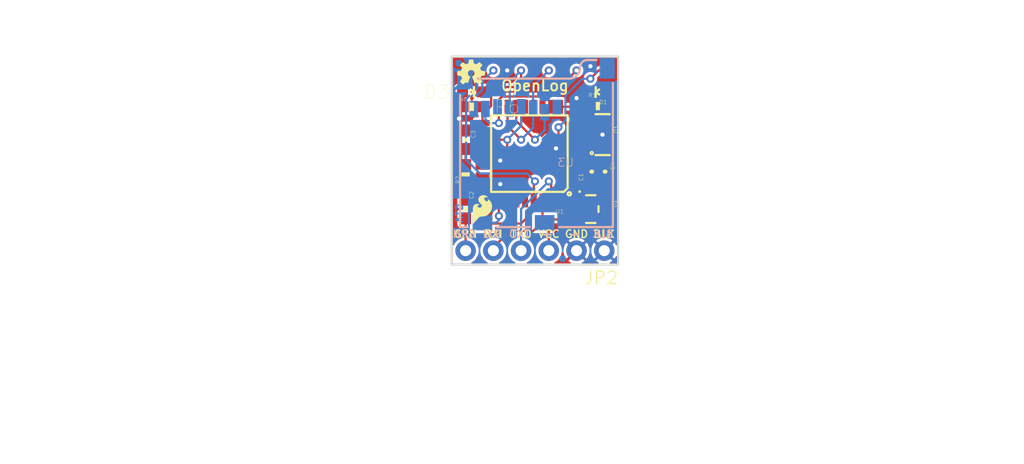
<source format=kicad_pcb>
(kicad_pcb (version 20221018) (generator pcbnew)
  (layers (0 "F.Cu" signal) (31 "B.Cu" signal) (34 "B.Paste" user) (35 "F.Paste" user) (36 "B.SilkS" user "B.Silkscreen") (37 "F.SilkS" user "F.Silkscreen") (38 "B.Mask" user) (39 "F.Mask" user) (44 "Edge.Cuts" user))
  (net 0 "")
  (net 1 "GND")
  (net 2 "SCK")
  (net 3 "MISO")
  (net 4 "MOSI")
  (net 5 "N$7")
  (net 6 "TXO")
  (net 7 "RAW")
  (net 8 "N$1")
  (net 9 "N$2")
  (net 10 "DTR")
  (net 11 "RXI")
  (net 12 "RST")
  (net 13 "N$3")
  (net 14 "CS")
  (net 15 "N$4")
  (net 16 "CD")
  (net 17 "3.3V")
  (footprint "working:OSHW-LOGO-MINI" (layer "F.Cu") (at 142.6591 97.0026)
    (fp_text reference "LOGO2" hide)
    (fp_text value "OSHW-LOGOMINI" hide)
    (fp_poly (pts (xy 0.248928 -0.903689) (xy 0.26557 -0.895368) (xy 0.275571 -0.895368) (xy 0.29557 -0.885368) (xy 0.305571 -0.885368) (xy 0.32557 -0.875368) (xy 0.35234 -0.875368) (xy 0.36911 -0.858598) (xy 0.37557 -0.855368) (xy 0.385571 -0.855368) (xy 0.41911 -0.838598) (xy 0.42911 -0.828598) (xy 0.43557 -0.825368) (xy 0.445571 -0.825368) (xy 0.467713 -0.814296) (xy 0.760503 -1.01622) (xy 1.036814 -0.751922) (xy 0.823852 -0.457832) (xy 0.82783 -0.449878) (xy 0.8446 -0.433108) (xy 0.8446 -0.413108) (xy 0.84783 -0.409878) (xy 0.85783 -0.389878) (xy 0.8746 -0.373108) (xy 0.8746 -0.353108) (xy 0.8846 -0.343108) (xy 0.8846 -0.316338) (xy 0.88783 -0.309878) (xy 0.9046 -0.293108) (xy 0.9046 -0.273108) (xy 0.9146 -0.263108) (xy 0.9146 -0.239558) (xy 1.2746 -0.179559) (xy 1.2746 0.204671) (xy 0.9146 0.266385) (xy 0.9146 0.271602) (xy 0.9046 0.291601) (xy 0.9046 0.301602) (xy 0.8946 0.321601) (xy 0.8946 0.331602) (xy 0.8746 0.371601) (xy 0.8746 0.381602) (xy 0.85783 0.415141) (xy 0.84783 0.425141) (xy 0.8446 0.431601) (xy 0.8446 0.441602) (xy 0.82783 0.475141) (xy 0.822488 0.480482) (xy 1.036774 0.766197) (xy 0.761086 1.041885) (xy 0.465167 0.837803) (xy 0.45234 0.850631) (xy 0.44234 0.850631) (xy 0.43234 0.860631) (xy 0.41234 0.860631) (xy 0.40234 0.870631) (xy 0.39234 0.870631) (xy 0.38234 0.880631) (xy 0.37234 0.880631) (xy 0.3646 0.888371) (xy 0.3646 1.074642) (xy 0.079132 0.303879) (xy 0.16409 0.2614) (xy 0.18409 0.241401) (xy 0.20409 0.231401) (xy 0.23537 0.200121) (xy 0.24537 0.180121) (xy 0.26537 0.160121) (xy 0.271403 0.148055) (xy 0.281404 0.118052) (xy 0.2886 0.10366) (xy 0.2886 0.086464) (xy 0.2986 0.056464) (xy 0.2986 -0.021201) (xy 0.2886 -0.051201) (xy 0.2886 -0.075862) (xy 0.272159 -0.100524) (xy 0.262159 -0.130523) (xy 0.227068 -0.18316) (xy 0.192391 -0.217837) (xy 0.139755 -0.252927) (xy 0.109756 -0.262927) (xy 0.085094 -0.279368) (xy 0.060433 -0.279368) (xy 0.030433 -0.289368) (xy -0.028724 -0.289368) (xy -0.068722 -0.279368) (xy -0.091894 -0.279368) (xy -0.116556 -0.262927) (xy -0.146555 -0.252927) (xy -0.169192 -0.237836) (xy -0.189191 -0.217837) (xy -0.219191 -0.197836) (xy -0.233868 -0.18316) (xy -0.268959 -0.130523) (xy -0.3054 -0.021201) (xy -0.3054 0.026464) (xy -0.2954 0.056464) (xy -0.2954 0.08366) (xy -0.278204 0.118052) (xy -0.268203 0.148055) (xy -0.25217 0.180121) (xy -0.23217 0.200121) (xy -0.22217 0.220121) (xy -0.21089 0.231401) (xy -0.19089 0.241401) (xy -0.17089 0.261401) (xy -0.138824 0.277433) (xy -0.074125 0.299) (xy -0.308354 0.931417) (xy -0.34914 0.890631) (xy -0.36914 0.890631) (xy -0.37914 0.880631) (xy -0.38914 0.880631) (xy -0.39914 0.870631) (xy -0.40914 0.870631) (xy -0.41914 0.860631) (xy -0.42914 0.860631) (xy -0.43914 0.850631) (xy -0.44914 0.850631) (xy -0.45914 0.840631) (xy -0.46914 0.840631) (xy -0.471967 0.837803) (xy -0.76848 1.042295) (xy -1.032615 0.766154) (xy -0.82762 0.479161) (xy -0.8314 0.471602) (xy -0.8314 0.461601) (xy -0.83463 0.455141) (xy -0.84463 0.445141) (xy -0.85463 0.425141) (xy -0.8714 0.408371) (xy -0.8714 0.388371) (xy -0.8814 0.378371) (xy -0.8814 0.351601) (xy -0.88463 0.345141) (xy -0.9014 0.328371) (xy -0.9014 0.308371) (xy -0.9114 0.298371) (xy -0.9114 0.271601) (xy -0.914252 0.265896) (xy -1.2714 0.204671) (xy -1.2714 -0.179408) (xy -0.919721 -0.239696) (xy -0.9114 -0.256338) (xy -0.9114 -0.266339) (xy -0.9014 -0.286338) (xy -0.9014 -0.296339) (xy -0.8814 -0.336338) (xy -0.8814 -0.346339) (xy -0.86463 -0.379878) (xy -0.8614 -0.383108) (xy -0.8614 -0.403108) (xy -0.84463 -0.419878) (xy -0.83463 -0.439878) (xy -0.8314 -0.443108) (xy -0.8314 -0.460035) (xy -1.032654 -0.751854) (xy -0.767886 -1.016622) (xy -0.471967 -0.81254) (xy -0.45914 -0.825368) (xy -0.43914 -0.825368) (xy -0.43591 -0.828598) (xy -0.41591 -0.838598) (xy -0.39914 -0.855368) (xy -0.37914 -0.855368) (xy -0.37591 -0.858598) (xy -0.342371 -0.875368) (xy -0.33237 -0.875368) (xy -0.312371 -0.885368) (xy -0.29914 -0.885368) (xy -0.28914 -0.895368) (xy -0.26237 -0.895368) (xy -0.256665 -0.89822) (xy -0.19544 -1.255368) (xy 0.18864 -1.255368)) (fill solid) (layer "F.SilkS"))
  )
  (footprint "working:0603-CAP" (layer "F.Cu") (at 154.9273 106.0196 -90)
    (fp_text reference "C4" (at -0.889 -0.6985 90) (layer "F.SilkS") (effects (font (size 0.376489 0.376489) (thickness 0.029911)) (justify right)))
    (fp_text value "0.1uF")
    (fp_line (start 0 -0.02794) (end 0 0.02794) (stroke (width 0.381)) (layer "F.SilkS"))
    (pad "1" smd rect (at -0.85 0 270) (size 1.1 1) (layers "F.Cu" "F.Paste" "F.Mask") (net 17 "3.3V"))
    (pad "2" smd rect (at 0.85 0 270) (size 1.1 1) (layers "F.Cu" "F.Paste" "F.Mask") (net 1 "GND"))
  )
  (footprint "working:LED-0603" (layer "F.Cu") (at 142.742918 98.71456 -90)
    (fp_text reference "D3" (at 0 1.999999) (layer "F.SilkS") (effects (font (size 1.240089 1.240089) (thickness 0.029911)) (justify right)))
    (fp_text value "GREEN")
    (fp_line (start -0.46 -0.17) (end 0 -0.17) (stroke (width 0.2032)) (layer "F.SilkS"))
    (fp_line (start -0.0254 -0.1546) (end -0.2184 0.14) (stroke (width 0.2032)) (layer "F.SilkS"))
    (fp_line (start 0 -0.17) (end 0.2338 0.14) (stroke (width 0.2032)) (layer "F.SilkS"))
    (fp_line (start 0.46 -0.17) (end 0 -0.17) (stroke (width 0.2032)) (layer "F.SilkS"))
    (pad "A" smd roundrect (at 0 0.877 270) (size 1 1) (layers "F.Cu" "F.Paste" "F.Mask") (roundrect_rratio 0.15) (net 5 "N$7"))
    (pad "C" smd roundrect (at 0 -0.877 270) (size 1 1) (layers "F.Cu" "F.Paste" "F.Mask") (roundrect_rratio 0.15) (net 1 "GND"))
  )
  (footprint "working:0603-CAP" (layer "F.Cu") (at 142.1511 103.0986 -90)
    (fp_text reference "C3" (at -0.889 -0.6985 90) (layer "F.SilkS") (effects (font (size 0.376489 0.376489) (thickness 0.029911)) (justify right)))
    (fp_text value "0.1uF")
    (fp_line (start 0 -0.02794) (end 0 0.02794) (stroke (width 0.381)) (layer "F.SilkS"))
    (pad "1" smd rect (at -0.85 0 270) (size 1.1 1) (layers "F.Cu" "F.Paste" "F.Mask") (net 1 "GND"))
    (pad "2" smd rect (at 0.85 0 270) (size 1.1 1) (layers "F.Cu" "F.Paste" "F.Mask") (net 17 "3.3V"))
  )
  (footprint "working:PAD.03X.03" (layer "F.Cu") (at 144.6911 96.7486 -90)
    (fp_text reference "TP5" hide)
    (fp_text value "TEST-POINT3" hide)
    (pad "P$1" smd roundrect (at 0 0 270) (size 0.762 0.762) (layers "F.Cu" "F.Mask") (roundrect_rratio 0.5) (net 12 "RST"))
  )
  (footprint "working:LED-0603" (layer "F.Cu") (at 154.241496 98.7298 90)
    (fp_text reference "D1" (at -0.6985 0.889 180) (layer "F.SilkS") (effects (font (size 0.373888 0.373888) (thickness 0.032512)) (justify right top)))
    (fp_text value "BLUE")
    (fp_line (start -0.46 -0.17) (end 0 -0.17) (stroke (width 0.2032)) (layer "F.SilkS"))
    (fp_line (start -0.0254 -0.1546) (end -0.2184 0.14) (stroke (width 0.2032)) (layer "F.SilkS"))
    (fp_line (start 0 -0.17) (end 0.2338 0.14) (stroke (width 0.2032)) (layer "F.SilkS"))
    (fp_line (start 0.46 -0.17) (end 0 -0.17) (stroke (width 0.2032)) (layer "F.SilkS"))
    (pad "A" smd roundrect (at 0 0.877 90) (size 1 1) (layers "F.Cu" "F.Paste" "F.Mask") (roundrect_rratio 0.15) (net 13 "N$3"))
    (pad "C" smd roundrect (at 0 -0.877 90) (size 1 1) (layers "F.Cu" "F.Paste" "F.Mask") (roundrect_rratio 0.15) (net 1 "GND"))
  )
  (footprint "working:RESONATOR-SMD" (layer "F.Cu") (at 154.68854 102.633782 -90)
    (fp_text reference "Q1" (at -0.8891 -1.27 90) (layer "F.SilkS") (effects (font (size 0.376489 0.376489) (thickness 0.029911)) (justify right)))
    (fp_text value "16MHZ")
    (fp_line (start -1.2 0) (end -1.2 -1.016) (stroke (width 0.254)) (layer "F.Cu"))
    (fp_line (start -1.2 1.016) (end -1.2 0) (stroke (width 0.254)) (layer "F.Cu"))
    (fp_line (start 0 0) (end 0 -1.016) (stroke (width 0.254)) (layer "F.Cu"))
    (fp_line (start 0 0) (end 0 1.016) (stroke (width 0.254)) (layer "F.Cu"))
    (fp_line (start 1.2 0) (end 1.2 -1.016) (stroke (width 0.254)) (layer "F.Cu"))
    (fp_line (start 1.2 0) (end 1.2 1.016) (stroke (width 0.254)) (layer "F.Cu"))
    (fp_line (start -1.87874 0.63984) (end -1.87874 -0.660159) (stroke (width 0.2032)) (layer "F.SilkS"))
    (fp_line (start 1.871118 -0.660159) (end 1.871118 0.63984) (stroke (width 0.2032)) (layer "F.SilkS"))
    (pad "1" smd roundrect (at -1.2 0 270) (size 0.45 1.905) (layers "F.Cu" "F.Paste" "F.Mask") (roundrect_rratio 0.5) (net 8 "N$1"))
    (pad "2" smd roundrect (at 0 0 270) (size 0.45 1.905) (layers "F.Cu" "F.Paste" "F.Mask") (roundrect_rratio 0.5) (net 1 "GND"))
    (pad "3" smd roundrect (at 1.2 0 270) (size 0.45 1.905) (layers "F.Cu" "F.Paste" "F.Mask") (roundrect_rratio 0.5) (net 9 "N$2"))
    (zone (net 0) (net_name "") (layer "F.Cu") (connect_pads (clearance 0)) (min_thickness 0.25)
      (keepout (tracks not_allowed) (vias not_allowed) (pads not_allowed) (copperpour not_allowed) (footprints allowed))
      (fill (thermal_gap 0.5) (thermal_bridge_width 0.5))
      (polygon (pts (xy 153.97734 100.931982) (xy 153.97734 101.058982) (xy 155.39974 101.058982) (xy 155.39974 100.931982)))
    )
    (zone (net 0) (net_name "") (layer "F.Cu") (connect_pads (clearance 0)) (min_thickness 0.25)
      (keepout (tracks not_allowed) (vias not_allowed) (pads not_allowed) (copperpour not_allowed) (footprints allowed))
      (fill (thermal_gap 0.5) (thermal_bridge_width 0.5))
      (polygon (pts (xy 153.97734 101.973382) (xy 153.97734 102.100382) (xy 155.39974 102.100382) (xy 155.39974 101.973382)))
    )
    (zone (net 0) (net_name "") (layer "F.Cu") (connect_pads (clearance 0)) (min_thickness 0.25)
      (keepout (tracks not_allowed) (vias not_allowed) (pads not_allowed) (copperpour not_allowed) (footprints allowed))
      (fill (thermal_gap 0.5) (thermal_bridge_width 0.5))
      (polygon (pts (xy 153.97734 103.141782) (xy 153.97734 103.268782) (xy 155.39974 103.268782) (xy 155.39974 103.141782)))
    )
    (zone (net 0) (net_name "") (layer "F.Cu") (connect_pads (clearance 0)) (min_thickness 0.25)
      (keepout (tracks not_allowed) (vias not_allowed) (pads not_allowed) (copperpour not_allowed) (footprints allowed))
      (fill (thermal_gap 0.5) (thermal_bridge_width 0.5))
      (polygon (pts (xy 153.97734 104.208582) (xy 153.97734 104.335582) (xy 155.39974 104.335582) (xy 155.39974 104.208582)))
    )
  )
  (footprint "working:0603-RES" (layer "F.Cu") (at 154.264356 100.015047)
    (fp_text reference "R1" (at -0.889 -0.762) (layer "F.SilkS") (effects (font (size 0.373888 0.373888) (thickness 0.032512)) (justify left bottom)))
    (fp_text value "1K")
    (fp_poly (pts (xy -0.1905 0.381) (xy 0.1905 0.381) (xy 0.1905 -0.381) (xy -0.1905 -0.381)) (fill solid) (layer "F.SilkS"))
    (pad "1" smd rect (at -0.85 0) (size 1.1 1) (layers "F.Cu" "F.Paste" "F.Mask") (net 15 "N$4"))
    (pad "2" smd rect (at 0.85 0) (size 1.1 1) (layers "F.Cu" "F.Paste" "F.Mask") (net 13 "N$3"))
  )
  (footprint "working:PAD.03X.03" (layer "F.Cu") (at 149.7711 96.7486 -90)
    (fp_text reference "TP3" hide)
    (fp_text value "TEST-POINT3" hide)
    (pad "P$1" smd roundrect (at 0 0 270) (size 0.762 0.762) (layers "F.Cu" "F.Mask") (roundrect_rratio 0.5) (net 4 "MOSI"))
  )
  (footprint "working:SOT23-5" (layer "F.Cu") (at 153.614121 109.451141 -90)
    (fp_text reference "U2" (at -0.889 -2.159 90) (layer "F.SilkS") (effects (font (size 0.376489 0.376489) (thickness 0.029911)) (justify right)))
    (fp_text value "3.3V MIC5205")
    (fp_line (start -1.27 0.4294) (end -1.27 -0.4294) (stroke (width 0.2032)) (layer "F.SilkS"))
    (fp_line (start -0.2684 -0.7088) (end 0.2684 -0.7088) (stroke (width 0.2032)) (layer "F.SilkS"))
    (fp_line (start 1.27 -0.4294) (end 1.27 0.4294) (stroke (width 0.2032)) (layer "F.SilkS"))
    (fp_circle (center -1.6002 1.016) (end -1.5367 1.016) (stroke (width 0.127)) (fill solid) (layer "F.SilkS"))
    (pad "1" smd rect (at -0.95 1.3001 270) (size 0.55 1.2) (layers "F.Cu" "F.Paste" "F.Mask") (net 7 "RAW"))
    (pad "2" smd rect (at 0 1.3001 270) (size 0.55 1.2) (layers "F.Cu" "F.Paste" "F.Mask") (net 1 "GND"))
    (pad "3" smd rect (at 0.95 1.3001 270) (size 0.55 1.2) (layers "F.Cu" "F.Paste" "F.Mask") (net 7 "RAW"))
    (pad "4" smd rect (at 0.95 -1.3001 270) (size 0.55 1.2) (layers "F.Cu" "F.Paste" "F.Mask"))
    (pad "5" smd rect (at -0.95 -1.3001 270) (size 0.55 1.2) (layers "F.Cu" "F.Paste" "F.Mask") (net 17 "3.3V"))
  )
  (footprint "working:PAD.03X.03" (layer "F.Cu") (at 147.2311 96.7486 -90)
    (fp_text reference "TP4" hide)
    (fp_text value "TEST-POINT3" hide)
    (pad "P$1" smd roundrect (at 0 0 270) (size 0.762 0.762) (layers "F.Cu" "F.Mask") (roundrect_rratio 0.5) (net 2 "SCK"))
  )
  (footprint "working:0603-RES" (layer "F.Cu") (at 142.1511 106.2736 90)
    (fp_text reference "R2" (at -0.889 -0.6985 90) (layer "F.SilkS") (effects (font (size 0.376489 0.376489) (thickness 0.029911)) (justify left)))
    (fp_text value "10K")
    (fp_poly (pts (xy -0.1905 0.381) (xy 0.1905 0.381) (xy 0.1905 -0.381) (xy -0.1905 -0.381)) (fill solid) (layer "F.SilkS"))
    (pad "1" smd rect (at -0.85 0 90) (size 1.1 1) (layers "F.Cu" "F.Paste" "F.Mask") (net 12 "RST"))
    (pad "2" smd rect (at 0.85 0 90) (size 1.1 1) (layers "F.Cu" "F.Paste" "F.Mask") (net 17 "3.3V"))
  )
  (footprint "working:1X06_NO_SILK" (layer "F.Cu") (at 154.8511 113.2586 180)
    (fp_text reference "JP2" (at -1.3462 -1.8288 180) (layer "F.SilkS") (effects (font (size 1.143 1.143) (thickness 0.127)) (justify right top)))
    (fp_text value "")
    (pad "1" thru_hole circle (at 0 0 270) (size 1.8796 1.8796) (drill 1.016) (layers "*.Cu" "*.Mask") (net 1 "GND"))
    (pad "2" thru_hole circle (at 2.54 0 270) (size 1.8796 1.8796) (drill 1.016) (layers "*.Cu" "*.Mask") (net 1 "GND"))
    (pad "3" thru_hole circle (at 5.08 0 270) (size 1.8796 1.8796) (drill 1.016) (layers "*.Cu" "*.Mask") (net 7 "RAW"))
    (pad "4" thru_hole circle (at 7.62 0 270) (size 1.8796 1.8796) (drill 1.016) (layers "*.Cu" "*.Mask") (net 6 "TXO"))
    (pad "5" thru_hole circle (at 10.16 0 270) (size 1.8796 1.8796) (drill 1.016) (layers "*.Cu" "*.Mask") (net 11 "RXI"))
    (pad "6" thru_hole circle (at 12.7 0 270) (size 1.8796 1.8796) (drill 1.016) (layers "*.Cu" "*.Mask") (net 10 "DTR"))
  )
  (footprint "working:0603-POL" (layer "F.Cu") (at 153.7081 106.0196 90)
    (fp_text reference "C1" (at -0.889 -0.762 90) (layer "F.SilkS") (effects (font (size 0.373888 0.373888) (thickness 0.032512)) (justify left bottom)))
    (fp_text value "10uF")
    (fp_line (start 0 -0.02794) (end 0 0.02794) (stroke (width 0.381)) (layer "F.SilkS"))
    (fp_circle (center 1.7 0) (end 1.75 0) (stroke (width 0.15)) (fill none) (layer "F.SilkS"))
    (pad "A" smd rect (at 0.85 0 90) (size 1.1 1) (layers "F.Cu" "F.Paste" "F.Mask") (net 17 "3.3V"))
    (pad "K" smd rect (at -0.85 0 90) (size 1.1 1) (layers "F.Cu" "F.Paste" "F.Mask") (net 1 "GND"))
  )
  (footprint "working:SFE_LOGO_FLAME_.1" (layer "F.Cu") (at 142.5321 111.0996)
    (fp_text reference "LOGO1" hide)
    (fp_text value "SFE_LOGO_FLAME.1_INCH" hide)
    (fp_poly (pts (xy 1.412844 -2.906175) (xy 1.560112 -2.832541) (xy 1.605026 -2.798855) (xy 1.681982 -2.7219) (xy 1.571006 -2.7219) (xy 1.551005 -2.7319) (xy 1.504689 -2.7319) (xy 1.469241 -2.723038) (xy 1.467472 -2.72264) (xy 1.422477 -2.713641) (xy 1.39011 -2.697457) (xy 1.35808 -2.673435) (xy 1.343019 -2.650843) (xy 1.335288 -2.635381) (xy 1.3281 -2.613817) (xy 1.3281 -2.564689) (xy 1.335361 -2.535643) (xy 1.369607 -2.484275) (xy 1.425028 -2.428854) (xy 1.462016 -2.401113) (xy 1.489157 -2.383019) (xy 1.523301 -2.365947) (xy 1.594689 -2.3481) (xy 1.613817 -2.3481) (xy 1.629418 -2.3533) (xy 1.648687 -2.372569) (xy 1.654712 -2.384619) (xy 1.6619 -2.406183) (xy 1.6619 -2.558742) (xy 1.804838 -2.469406) (xy 1.890505 -2.373031) (xy 1.964662 -2.256498) (xy 2.016145 -2.102048) (xy 2.017447 -2.097021) (xy 2.048309 -1.932428) (xy 2.037811 -1.753974) (xy 1.985628 -1.555678) (xy 1.881878 -1.368928) (xy 1.810074 -1.276609) (xy 1.806941 -1.273059) (xy 1.726941 -1.193059) (xy 1.725089 -1.191327) (xy 1.642524 -1.119083) (xy 1.536984 -1.055759) (xy 1.43415 -1.014625) (xy 1.430025 -1.013242) (xy 1.320025 -0.983242) (xy 1.316264 -0.982418) (xy 1.193153 -0.9619) (xy 1.003156 -0.9619) (xy 0.953396 -0.953606) (xy 0.863627 -0.899745) (xy 0.767974 -0.804092) (xy 0.648928 -0.665205) (xy 0.646941 -0.663059) (xy 0.528159 -0.544277) (xy 0.479269 -0.485609) (xy 0.476941 -0.483059) (xy 0.430255 -0.436373) (xy 0.400257 -0.386376) (xy 0.2819 -0.268018) (xy 0.2819 -1.73) (xy 0.282194 -1.734726) (xy 0.292559 -1.817641) (xy 0.314746 -1.895296) (xy 0.380852 -2.005474) (xy 0.436199 -2.049751) (xy 0.43714 -2.05048) (xy 0.481171 -2.083503) (xy 0.539098 -2.106674) (xy 0.592528 -2.11736) (xy 0.593736 -2.117582) (xy 0.656847 -2.1281) (xy 0.788994 -2.1281) (xy 0.884319 -2.080438) (xy 0.832569 -2.028687) (xy 0.784617 -2.004711) (xy 0.760581 -1.996699) (xy 0.7133 -1.949418) (xy 0.7081 -1.933817) (xy 0.7081 -1.906183) (xy 0.714531 -1.886888) (xy 0.729607 -1.864275) (xy 0.781411 -1.81247) (xy 0.820903 -1.796673) (xy 0.863772 -1.7881) (xy 0.935311 -1.7881) (xy 1.004356 -1.805361) (xy 1.053943 -1.838419) (xy 1.086003 -1.878494) (xy 1.1019 -1.926183) (xy 1.1019 -1.983091) (xy 1.077224 -2.048894) (xy 1.013059 -2.113059) (xy 1.011524 -2.114688) (xy 0.931524 -2.204688) (xy 0.858661 -2.287958) (xy 0.804008 -2.386334) (xy 0.7819 -2.485818) (xy 0.7819 -2.576183) (xy 0.815289 -2.676349) (xy 0.871274 -2.765925) (xy 0.969046 -2.84197) (xy 1.087145 -2.906387) (xy 1.206565 -2.9281) (xy 1.314182 -2.9281)) (fill solid) (layer "F.SilkS"))
  )
  (footprint "working:MICRO-FIDUCIAL" (layer "F.Cu") (at 143.4211 114.0206)
    (fp_text reference "FID2" hide)
    (fp_text value "FIDUCIALUFIDUCIAL" hide)
    (pad "1" smd roundrect (at 0 0) (size 0.635 0.635) (layers "F.Cu" "F.Mask") (roundrect_rratio 0.5))
  )
  (footprint "working:PAD.03X.03" (layer "F.Cu") (at 154.8511 96.7486)
    (fp_text reference "TP1" hide)
    (fp_text value "TEST-POINT3" hide)
    (pad "P$1" smd roundrect (at 0 0) (size 0.762 0.762) (layers "F.Cu" "F.Mask") (roundrect_rratio 0.5) (net 17 "3.3V"))
  )
  (footprint "working:TQFP32-08" (layer "F.Cu") (at 147.9931 104.3686 180)
    (fp_text reference "U1" (at -3.175 -5.08 180) (layer "F.SilkS") (effects (font (size 0.373888 0.373888) (thickness 0.032512)) (justify right top)))
    (fp_text value "ATMEGA328P_TQFP")
    (fp_line (start -3.505 3.505) (end -3.505 -3.15) (stroke (width 0.2032)) (layer "F.SilkS"))
    (fp_line (start -3.15 -3.505) (end -3.505 -3.15) (stroke (width 0.2032)) (layer "F.SilkS"))
    (fp_line (start -3.15 -3.505) (end 3.505 -3.505) (stroke (width 0.2032)) (layer "F.SilkS"))
    (fp_line (start 3.505 -3.505) (end 3.505 3.505) (stroke (width 0.2032)) (layer "F.SilkS"))
    (fp_line (start 3.505 3.505) (end -3.505 3.505) (stroke (width 0.2032)) (layer "F.SilkS"))
    (fp_circle (center -3.6576 -3.683) (end -3.5052 -3.683) (stroke (width 0.2032)) (fill none) (layer "F.SilkS"))
    (pad "1" smd rect (at -4.2926 -2.8 180) (size 1.27 0.5588) (layers "F.Cu" "F.Paste" "F.Mask"))
    (pad "2" smd rect (at -4.2926 -2 180) (size 1.27 0.5588) (layers "F.Cu" "F.Paste" "F.Mask"))
    (pad "3" smd rect (at -4.2926 -1.2 180) (size 1.27 0.5588) (layers "F.Cu" "F.Paste" "F.Mask") (net 1 "GND"))
    (pad "4" smd rect (at -4.2926 -0.4 180) (size 1.27 0.5588) (layers "F.Cu" "F.Paste" "F.Mask") (net 17 "3.3V"))
    (pad "5" smd rect (at -4.2926 0.4 180) (size 1.27 0.5588) (layers "F.Cu" "F.Paste" "F.Mask") (net 1 "GND"))
    (pad "6" smd rect (at -4.2926 1.2 180) (size 1.27 0.5588) (layers "F.Cu" "F.Paste" "F.Mask") (net 17 "3.3V"))
    (pad "7" smd rect (at -4.2926 2 180) (size 1.27 0.5588) (layers "F.Cu" "F.Paste" "F.Mask") (net 9 "N$2"))
    (pad "8" smd rect (at -4.2926 2.8 180) (size 1.27 0.5588) (layers "F.Cu" "F.Paste" "F.Mask") (net 8 "N$1"))
    (pad "9" smd rect (at -2.8 4.2926 180) (size 0.5588 1.27) (layers "F.Cu" "F.Paste" "F.Mask") (net 15 "N$4"))
    (pad "10" smd rect (at -2 4.2926 180) (size 0.5588 1.27) (layers "F.Cu" "F.Paste" "F.Mask"))
    (pad "11" smd rect (at -1.2 4.2926 180) (size 0.5588 1.27) (layers "F.Cu" "F.Paste" "F.Mask"))
    (pad "12" smd rect (at -0.4 4.2926 180) (size 0.5588 1.27) (layers "F.Cu" "F.Paste" "F.Mask"))
    (pad "13" smd rect (at 0.4 4.2926 180) (size 0.5588 1.27) (layers "F.Cu" "F.Paste" "F.Mask"))
    (pad "14" smd rect (at 1.2 4.2926 180) (size 0.5588 1.27) (layers "F.Cu" "F.Paste" "F.Mask") (net 14 "CS"))
    (pad "15" smd rect (at 2 4.2926 180) (size 0.5588 1.27) (layers "F.Cu" "F.Paste" "F.Mask") (net 4 "MOSI"))
    (pad "16" smd rect (at 2.8 4.2926 180) (size 0.5588 1.27) (layers "F.Cu" "F.Paste" "F.Mask") (net 3 "MISO"))
    (pad "17" smd rect (at 4.2926 2.8 180) (size 1.27 0.5588) (layers "F.Cu" "F.Paste" "F.Mask") (net 2 "SCK"))
    (pad "18" smd rect (at 4.2926 2 180) (size 1.27 0.5588) (layers "F.Cu" "F.Paste" "F.Mask") (net 17 "3.3V"))
    (pad "19" smd rect (at 4.2926 1.2 180) (size 1.27 0.5588) (layers "F.Cu" "F.Paste" "F.Mask"))
    (pad "20" smd rect (at 4.2926 0.4 180) (size 1.27 0.5588) (layers "F.Cu" "F.Paste" "F.Mask") (net 17 "3.3V"))
    (pad "21" smd rect (at 4.2926 -0.4 180) (size 1.27 0.5588) (layers "F.Cu" "F.Paste" "F.Mask") (net 1 "GND"))
    (pad "22" smd rect (at 4.2926 -1.2 180) (size 1.27 0.5588) (layers "F.Cu" "F.Paste" "F.Mask"))
    (pad "23" smd rect (at 4.2926 -2 180) (size 1.27 0.5588) (layers "F.Cu" "F.Paste" "F.Mask"))
    (pad "24" smd rect (at 4.2926 -2.8 180) (size 1.27 0.5588) (layers "F.Cu" "F.Paste" "F.Mask"))
    (pad "25" smd rect (at 2.8 -4.2926 180) (size 0.5588 1.27) (layers "F.Cu" "F.Paste" "F.Mask") (net 16 "CD"))
    (pad "26" smd rect (at 2 -4.2926 180) (size 0.5588 1.27) (layers "F.Cu" "F.Paste" "F.Mask"))
    (pad "27" smd rect (at 1.2 -4.2926 180) (size 0.5588 1.27) (layers "F.Cu" "F.Paste" "F.Mask"))
    (pad "28" smd rect (at 0.4 -4.2926 180) (size 0.5588 1.27) (layers "F.Cu" "F.Paste" "F.Mask"))
    (pad "29" smd rect (at -0.4 -4.2926 180) (size 0.5588 1.27) (layers "F.Cu" "F.Paste" "F.Mask") (net 12 "RST"))
    (pad "30" smd rect (at -1.2 -4.2926 180) (size 0.5588 1.27) (layers "F.Cu" "F.Paste" "F.Mask") (net 11 "RXI"))
    (pad "31" smd rect (at -2 -4.2926 180) (size 0.5588 1.27) (layers "F.Cu" "F.Paste" "F.Mask") (net 6 "TXO"))
    (pad "32" smd rect (at -2.8 -4.2926 180) (size 0.5588 1.27) (layers "F.Cu" "F.Paste" "F.Mask"))
  )
  (footprint "working:PAD.03X.03" (layer "F.Cu") (at 152.3111 96.7486 -90)
    (fp_text reference "TP2" hide)
    (fp_text value "TEST-POINT3" hide)
    (pad "P$1" smd roundrect (at 0 0 270) (size 0.762 0.762) (layers "F.Cu" "F.Mask") (roundrect_rratio 0.5) (net 3 "MISO"))
  )
  (footprint "working:MICRO-FIDUCIAL" (layer "F.Cu") (at 151.0411 96.0628)
    (fp_text reference "FID1" hide)
    (fp_text value "FIDUCIALUFIDUCIAL" hide)
    (pad "1" smd roundrect (at 0 0) (size 0.635 0.635) (layers "F.Cu" "F.Mask") (roundrect_rratio 0.5))
  )
  (footprint "working:CREATIVE_COMMONS" (layer "F.Cu") (at 119.818979 129.7686)
    (fp_text reference "FRAME1" hide)
    (fp_text value "FRAME-LETTER" hide)
  )
  (footprint "working:0603-CAP" (layer "F.Cu") (at 142.1511 109.4486 -90)
    (fp_text reference "C2" (at -0.889 -0.762 -90) (layer "F.SilkS") (effects (font (size 0.373888 0.373888) (thickness 0.032512)) (justify left bottom)))
    (fp_text value "0.1uF")
    (fp_line (start 0 -0.02794) (end 0 0.02794) (stroke (width 0.381)) (layer "F.SilkS"))
    (pad "1" smd rect (at -0.85 0 270) (size 1.1 1) (layers "F.Cu" "F.Paste" "F.Mask") (net 12 "RST"))
    (pad "2" smd rect (at 0.85 0 270) (size 1.1 1) (layers "F.Cu" "F.Paste" "F.Mask") (net 10 "DTR"))
  )
  (footprint "working:0603-RES" (layer "F.Cu") (at 142.72514 100.078538 180)
    (fp_text reference "R6" (at -2 0) (layer "F.SilkS") (effects (font (size 1.240089 1.240089) (thickness 0.029911)) (justify left)))
    (fp_text value "330")
    (fp_poly (pts (xy -0.1905 0.381) (xy 0.1905 0.381) (xy 0.1905 -0.381) (xy -0.1905 -0.381)) (fill solid) (layer "F.SilkS"))
    (pad "1" smd rect (at -0.85 0 180) (size 1.1 1) (layers "F.Cu" "F.Paste" "F.Mask") (net 2 "SCK"))
    (pad "2" smd rect (at 0.85 0 180) (size 1.1 1) (layers "F.Cu" "F.Paste" "F.Mask") (net 5 "N$7"))
  )
  (footprint "working:MICRO-FIDUCIAL" (layer "B.Cu") (at 151.0411 113.9952 180)
    (fp_text reference "FID3" hide)
    (fp_text value "FIDUCIALUFIDUCIAL" hide)
    (pad "1" smd roundrect (at 0 0 180) (size 0.635 0.635) (layers "B.Cu" "B.Mask") (roundrect_rratio 0.5))
  )
  (footprint "working:MICRO-FIDUCIAL" (layer "B.Cu") (at 141.5161 96.0882 180)
    (fp_text reference "FID4" hide)
    (fp_text value "FIDUCIALUFIDUCIAL" hide)
    (pad "1" smd roundrect (at 0 0 180) (size 0.635 0.635) (layers "B.Cu" "B.Mask") (roundrect_rratio 0.5))
  )
  (footprint "working:MICROSD_1_1" (layer "B.Cu") (at 155.6131 111.0996 180)
    (fp_text reference "U3" (at 5.08 6.35) (layer "B.SilkS") (effects (font (size 0.747776 0.747776) (thickness 0.065024)) (justify right top mirror)))
    (fp_text value "microSD Socket")
    (fp_line (start -0.03 0) (end -0.03 13.2) (stroke (width 0.2032)) (layer "B.SilkS"))
    (fp_line (start -0.03 0) (end 4.87 0) (stroke (width 0.2032)) (layer "B.SilkS"))
    (fp_line (start 2.27 15.3) (end 1.47 15.3) (stroke (width 0.2032)) (layer "B.SilkS"))
    (fp_line (start 3.97 13.6) (end 12.37 13.6) (stroke (width 0.2032)) (layer "B.SilkS"))
    (fp_line (start 10.57 0) (end 7.57 0) (stroke (width 0.2032)) (layer "B.SilkS"))
    (fp_line (start 13.97 0) (end 13.27 0) (stroke (width 0.2032)) (layer "B.SilkS"))
    (fp_line (start 13.97 12.1) (end 13.97 0) (stroke (width 0.2032)) (layer "B.SilkS"))
    (fp_arc (start 2.97 14.6) (mid 2.780977 15.110977) (end 2.27 15.3) (stroke (width 0.2032)) (layer "B.SilkS"))
    (fp_arc (start 2.97 14.6) (mid 3.269999 13.9) (end 3.969998 13.6) (stroke (width 0.2032)) (layer "B.SilkS"))
    (pad "1" smd rect (at 5.095784 10.919203 180) (size 0.8 1.5) (layers "B.Cu" "B.Paste" "B.Mask"))
    (pad "2" smd rect (at 6.217631 10.519456 180) (size 0.8 1.5) (layers "B.Cu" "B.Paste" "B.Mask") (net 14 "CS"))
    (pad "3" smd rect (at 7.273687 10.853415 180) (size 0.8 1.5) (layers "B.Cu" "B.Paste" "B.Mask") (net 4 "MOSI"))
    (pad "4" smd rect (at 8.366575 10.982296 180) (size 0.8 1.5) (layers "B.Cu" "B.Paste" "B.Mask") (net 17 "3.3V"))
    (pad "5" smd rect (at 9.420856 10.828015 180) (size 0.8 1.5) (layers "B.Cu" "B.Paste" "B.Mask") (net 2 "SCK"))
    (pad "6" smd rect (at 10.539143 10.973153 180) (size 0.8 1.5) (layers "B.Cu" "B.Paste" "B.Mask") (net 1 "GND"))
    (pad "7" smd rect (at 11.648287 10.818871 180) (size 0.8 1.5) (layers "B.Cu" "B.Paste" "B.Mask") (net 3 "MISO"))
    (pad "8" smd rect (at 12.720856 10.818871 180) (size 0.8 1.5) (layers "B.Cu" "B.Paste" "B.Mask"))
    (pad "CD1" smd rect (at 11.92 0.4 180) (size 1.8 1.4) (layers "B.Cu" "B.Paste" "B.Mask") (net 16 "CD"))
    (pad "CD2" smd rect (at 6.22 0.4 180) (size 1.8 1.4) (layers "B.Cu" "B.Paste" "B.Mask"))
    (pad "GND1" smd rect (at 0.497 14.55 180) (size 1.4 1.9) (layers "B.Cu" "B.Paste" "B.Mask") (net 1 "GND"))
    (pad "GND3" smd rect (at 13.52 13.55 180) (size 1.4 1.9) (layers "B.Cu" "B.Paste" "B.Mask") (net 1 "GND"))
  )
  (gr_line (start 156.1211 95.4786) (end 140.8811 95.4786) (stroke (width 0.2032)) (layer "Edge.Cuts"))
  (gr_line (start 156.1211 114.5286) (end 156.1211 95.4786) (stroke (width 0.2032)) (layer "Edge.Cuts"))
  (gr_line (start 140.8811 114.5286) (end 156.1211 114.5286) (stroke (width 0.2032)) (layer "Edge.Cuts"))
  (gr_line (start 140.8811 95.4786) (end 140.8811 114.5286) (stroke (width 0.2032)) (layer "Edge.Cuts"))
  (gr_text "V15" (at 141.5161 109.8296 -90) (layer "B.Cu") (effects (font (size 0.6096 0.6096) (thickness 0.2032)) (justify mirror)))
  (gr_text "GRN" (at 142.0241 111.7346) (layer "B.SilkS") (effects (font (size 0.69088 0.69088) (thickness 0.12192)) (justify mirror)))
  (gr_text "RXI" (at 144.5641 111.7346) (layer "B.SilkS") (effects (font (size 0.69088 0.69088) (thickness 0.12192)) (justify mirror)))
  (gr_text "TXO" (at 147.1041 111.7346) (layer "B.SilkS") (effects (font (size 0.69088 0.69088) (thickness 0.12192)) (justify mirror)))
  (gr_text "+" (at 149.6441 111.7346) (layer "B.SilkS") (effects (font (size 0.8636 0.8636) (thickness 0.1524)) (justify mirror)))
  (gr_text "-" (at 152.1841 111.7346) (layer "B.SilkS") (effects (font (size 0.8636 0.8636) (thickness 0.1524)) (justify mirror)))
  (gr_text "BLK" (at 154.7241 111.7346) (layer "B.SilkS") (effects (font (size 0.69088 0.69088) (thickness 0.12192)) (justify mirror)))
  (gr_text "TXO" (at 147.2311 111.7346) (layer "F.SilkS") (effects (font (size 0.69088 0.69088) (thickness 0.12192))))
  (gr_text "OpenLog" (at 148.5011 98.1456) (layer "F.SilkS") (effects (font (size 0.97155 0.97155) (thickness 0.17145))))
  (gr_text "BLK" (at 154.8511 111.7346) (layer "F.SilkS") (effects (font (size 0.69088 0.69088) (thickness 0.12192))))
  (gr_text "VCC" (at 149.7711 111.7346) (layer "F.SilkS") (effects (font (size 0.69088 0.69088) (thickness 0.12192))))
  (gr_text "GND" (at 152.3111 111.7346) (layer "F.SilkS") (effects (font (size 0.69088 0.69088) (thickness 0.12192))))
  (gr_text "RXI" (at 144.6911 111.7346) (layer "F.SilkS") (effects (font (size 0.69088 0.69088) (thickness 0.12192))))
  (gr_text "GRN" (at 142.1511 111.7346) (layer "F.SilkS") (effects (font (size 0.69088 0.69088) (thickness 0.12192))))
  (via (at 153.5811 96.3676) (size 0.7366) (drill 0.381) (layers "F.Cu" "B.Cu") (net 1))
  (via (at 141.54404 101.160579) (size 0.7366) (drill 0.381) (layers "F.Cu" "B.Cu") (net 1))
  (via (at 150.431503 103.891079) (size 0.7366) (drill 0.381) (layers "F.Cu" "B.Cu") (net 1))
  (via (at 154.68854 102.633782) (size 0.7366) (drill 0.381) (layers "F.Cu" "B.Cu") (net 1))
  (via (at 145.3261 105.0036) (size 0.7366) (drill 0.381) (layers "F.Cu" "B.Cu") (net 1))
  (via (at 145.9611 96.7486) (size 0.7366) (drill 0.381) (layers "F.Cu" "B.Cu") (net 1))
  (via (at 152.3111 99.2886) (size 0.7366) (drill 0.381) (layers "F.Cu" "B.Cu") (net 1))
  (via (at 145.3261 107.1626) (size 0.7366) (drill 0.381) (layers "F.Cu" "B.Cu") (net 1))
  (segment (start 143.7005 100.203897) (end 144.283803 100.203897) (width 0.2032) (layer "F.Cu") (net 2))
  (segment (start 147.2311 97.6376) (end 147.2311 96.7486) (width 0.2032) (layer "F.Cu") (net 2))
  (segment (start 143.7005 100.203897) (end 143.57514 100.078538) (width 0.2032) (layer "F.Cu") (net 2))
  (segment (start 144.4879 99.9998) (end 144.4879 98.9838) (width 0.2032) (layer "F.Cu") (net 2))
  (segment (start 144.283803 100.203897) (end 144.4879 99.9998) (width 0.2032) (layer "F.Cu") (net 2))
  (segment (start 146.5961 98.2726) (end 147.2311 97.6376) (width 0.2032) (layer "F.Cu") (net 2))
  (segment (start 143.7005 101.5686) (end 143.7005 100.203897) (width 0.2032) (layer "F.Cu") (net 2))
  (segment (start 144.4879 98.9838) (end 145.1991 98.2726) (width 0.2032) (layer "F.Cu") (net 2))
  (segment (start 145.1991 98.2726) (end 146.5961 98.2726) (width 0.2032) (layer "F.Cu") (net 2))
  (via (at 147.2311 96.7486) (size 0.7366) (drill 0.381) (layers "F.Cu" "B.Cu") (net 2))
  (segment (start 146.192243 97.787457) (end 147.2311 96.7486) (width 0.2032) (layer "B.Cu") (net 2))
  (segment (start 146.192243 100.271585) (end 146.192243 97.787457) (width 0.2032) (layer "B.Cu") (net 2))
  (segment (start 149.9235 99.1362) (end 152.3111 96.7486) (width 0.2032) (layer "F.Cu") (net 3))
  (segment (start 145.4785 99.1362) (end 149.9235 99.1362) (width 0.2032) (layer "F.Cu") (net 3))
  (segment (start 145.1931 100.076) (end 145.1931 101.5686) (width 0.2032) (layer "F.Cu") (net 3))
  (segment (start 145.1931 100.076) (end 145.1931 99.4216) (width 0.2032) (layer "F.Cu") (net 3))
  (segment (start 145.1931 99.4216) (end 145.4785 99.1362) (width 0.2032) (layer "F.Cu") (net 3))
  (segment (start 145.1931 101.5686) (end 145.1991 101.5746) (width 0.2032) (layer "F.Cu") (net 3))
  (via (at 145.1991 101.5746) (size 0.7366) (drill 0.381) (layers "F.Cu" "B.Cu") (net 3))
  (via (at 152.3111 96.7486) (size 0.7366) (drill 0.381) (layers "F.Cu" "B.Cu") (net 3))
  (segment (start 143.964812 101.229313) (end 144.3101 101.5746) (width 0.2032) (layer "B.Cu") (net 3))
  (segment (start 143.964812 100.280729) (end 143.964812 101.229313) (width 0.2032) (layer "B.Cu") (net 3))
  (segment (start 145.1991 101.5746) (end 144.3101 101.5746) (width 0.2032) (layer "B.Cu") (net 3))
  (segment (start 145.9931 101.8606) (end 147.2311 103.0986) (width 0.2032) (layer "F.Cu") (net 4))
  (segment (start 145.9931 100.076) (end 145.9931 101.8606) (width 0.2032) (layer "F.Cu") (net 4))
  (segment (start 146.9771 102.8446) (end 147.2311 103.0986) (width 0.2032) (layer "F.Cu") (net 4))
  (via (at 147.2311 103.0986) (size 0.7366) (drill 0.381) (layers "F.Cu" "B.Cu") (net 4))
  (via (at 149.7711 96.7486) (size 0.7366) (drill 0.381) (layers "F.Cu" "B.Cu") (net 4))
  (segment (start 148.339412 101.990288) (end 147.2311 103.0986) (width 0.2032) (layer "B.Cu") (net 4))
  (segment (start 148.339412 100.246185) (end 148.339412 101.990288) (width 0.2032) (layer "B.Cu") (net 4))
  (segment (start 148.339412 100.246185) (end 148.339412 98.180288) (width 0.2032) (layer "B.Cu") (net 4))
  (segment (start 148.339412 98.180288) (end 149.7711 96.7486) (width 0.2032) (layer "B.Cu") (net 4))
  (segment (start 141.967518 100.170916) (end 141.967518 98.81616) (width 0.2032) (layer "F.Cu") (net 5))
  (segment (start 141.967518 98.81616) (end 141.865918 98.71456) (width 0.2032) (layer "F.Cu") (net 5))
  (segment (start 141.87514 100.078538) (end 141.967518 100.170916) (width 0.2032) (layer "F.Cu") (net 5))
  (segment (start 149.9931 107.1306) (end 149.7711 106.9086) (width 0.2032) (layer "F.Cu") (net 6))
  (segment (start 149.9931 108.6612) (end 149.9931 107.1306) (width 0.2032) (layer "F.Cu") (net 6))
  (via (at 149.7711 106.9086) (size 0.7366) (drill 0.381) (layers "F.Cu" "B.Cu") (net 6))
  (segment (start 147.2311 109.4486) (end 147.2311 113.2586) (width 0.2032) (layer "B.Cu") (net 6))
  (segment (start 149.7711 106.9086) (end 147.2311 109.4486) (width 0.2032) (layer "B.Cu") (net 6))
  (segment (start 149.7711 110.7186) (end 149.7711 113.2586) (width 0.2032) (layer "F.Cu") (net 7))
  (segment (start 150.088559 110.401141) (end 149.7711 110.7186) (width 0.2032) (layer "F.Cu") (net 7))
  (segment (start 151.607559 108.501141) (end 151.4221 108.6866) (width 0.2032) (layer "F.Cu") (net 7))
  (segment (start 151.4221 110.401141) (end 150.088559 110.401141) (width 0.2032) (layer "F.Cu") (net 7))
  (segment (start 151.4221 108.6866) (end 151.4221 110.401141) (width 0.2032) (layer "F.Cu") (net 7))
  (segment (start 152.314021 108.501141) (end 151.607559 108.501141) (width 0.2032) (layer "F.Cu") (net 7))
  (segment (start 152.314021 110.401141) (end 151.4221 110.401141) (width 0.2032) (layer "F.Cu") (net 7))
  (segment (start 153.0537 101.5686) (end 153.188518 101.433782) (width 0.2032) (layer "F.Cu") (net 8))
  (segment (start 153.188518 101.433782) (end 153.67254 101.433782) (width 0.2032) (layer "F.Cu") (net 8))
  (segment (start 152.2857 101.5686) (end 153.0537 101.5686) (width 0.2032) (layer "F.Cu") (net 8))
  (segment (start 153.2509 103.5812) (end 153.2509 102.5652) (width 0.2032) (layer "F.Cu") (net 9))
  (segment (start 153.67254 103.833782) (end 153.808281 103.833782) (width 0.2032) (layer "F.Cu") (net 9))
  (segment (start 153.503481 103.833782) (end 153.2509 103.5812) (width 0.2032) (layer "F.Cu") (net 9))
  (segment (start 153.67254 103.833782) (end 153.503481 103.833782) (width 0.2032) (layer "F.Cu") (net 9))
  (segment (start 153.0543 102.3686) (end 153.2509 102.5652) (width 0.2032) (layer "F.Cu") (net 9))
  (segment (start 152.2857 102.3686) (end 153.0543 102.3686) (width 0.2032) (layer "F.Cu") (net 9))
  (segment (start 142.1511 110.2986) (end 142.1511 113.2586) (width 0.2032) (layer "F.Cu") (net 10))
  (segment (start 142.143484 113.250985) (end 142.1511 113.2586) (width 0.2032) (layer "F.Cu") (net 10))
  (segment (start 149.1931 110.600638) (end 148.343618 111.450119) (width 0.2032) (layer "F.Cu") (net 11))
  (segment (start 149.1931 108.6612) (end 149.1931 110.600638) (width 0.2032) (layer "F.Cu") (net 11))
  (segment (start 148.343618 111.450119) (end 146.210018 111.450119) (width 0.2032) (layer "F.Cu") (net 11))
  (segment (start 144.6911 112.969038) (end 144.6911 113.2586) (width 0.2032) (layer "F.Cu") (net 11))
  (segment (start 146.210018 111.450119) (end 144.6911 112.969038) (width 0.2032) (layer "F.Cu") (net 11))
  (segment (start 148.3931 109.61756) (end 147.2311 110.77956) (width 0.2032) (layer "F.Cu") (net 12))
  (segment (start 148.3931 107.0166) (end 148.5011 106.9086) (width 0.2032) (layer "F.Cu") (net 12))
  (segment (start 143.1671 110.3376) (end 143.609059 110.77956) (width 0.2032) (layer "F.Cu") (net 12))
  (segment (start 142.1511 107.1236) (end 142.1511 108.5986) (width 0.2032) (layer "F.Cu") (net 12))
  (segment (start 148.3931 108.6612) (end 148.3931 109.61756) (width 0.2032) (layer "F.Cu") (net 12))
  (segment (start 143.1671 108.8136) (end 143.1671 110.3376) (width 0.2032) (layer "F.Cu") (net 12))
  (segment (start 148.3931 108.6612) (end 148.3931 107.0166) (width 0.2032) (layer "F.Cu") (net 12))
  (segment (start 142.9521 108.5986) (end 143.1671 108.8136) (width 0.2032) (layer "F.Cu") (net 12))
  (segment (start 142.1511 108.5986) (end 142.9521 108.5986) (width 0.2032) (layer "F.Cu") (net 12))
  (segment (start 147.2311 110.77956) (end 143.609059 110.77956) (width 0.2032) (layer "F.Cu") (net 12))
  (via (at 148.5011 106.9086) (size 0.7366) (drill 0.381) (layers "F.Cu" "B.Cu") (net 12))
  (via (at 144.6911 96.7486) (size 0.7366) (drill 0.381) (layers "F.Cu" "B.Cu") (net 12))
  (segment (start 143.6751 97.7646) (end 144.6911 96.7486) (width 0.2032) (layer "B.Cu") (net 12))
  (segment (start 147.7899 106.1974) (end 148.5011 106.9086) (width 0.2032) (layer "B.Cu") (net 12))
  (segment (start 142.19174 99.37496) (end 142.5321 99.0346) (width 0.2032) (layer "B.Cu") (net 12))
  (segment (start 143.1671 99.0346) (end 143.6751 98.5266) (width 0.2032) (layer "B.Cu") (net 12))
  (segment (start 143.46174 106.1974) (end 147.7899 106.1974) (width 0.2032) (layer "B.Cu") (net 12))
  (segment (start 142.19174 104.9274) (end 142.19174 99.37496) (width 0.2032) (layer "B.Cu") (net 12))
  (segment (start 142.19174 104.9274) (end 143.46174 106.1974) (width 0.2032) (layer "B.Cu") (net 12))
  (segment (start 142.5321 99.0346) (end 143.1671 99.0346) (width 0.2032) (layer "B.Cu") (net 12))
  (segment (start 143.6751 98.5266) (end 143.6751 97.7646) (width 0.2032) (layer "B.Cu") (net 12))
  (segment (start 155.114356 100.015047) (end 155.114356 98.733941) (width 0.2032) (layer "F.Cu") (net 13))
  (segment (start 155.114356 98.733941) (end 155.118496 98.7298) (width 0.2032) (layer "F.Cu") (net 13))
  (segment (start 146.7931 100.076) (end 146.7931 101.3906) (width 0.2032) (layer "F.Cu") (net 14))
  (segment (start 146.7931 101.3906) (end 148.5011 103.0986) (width 0.2032) (layer "F.Cu") (net 14))
  (via (at 148.5011 103.0986) (size 0.7366) (drill 0.381) (layers "F.Cu" "B.Cu") (net 14))
  (segment (start 149.395468 100.580144) (end 149.395468 102.204232) (width 0.2032) (layer "B.Cu") (net 14))
  (segment (start 149.395468 102.204232) (end 148.5011 103.0986) (width 0.2032) (layer "B.Cu") (net 14))
  (segment (start 150.7931 100.076) (end 153.353403 100.076) (width 0.2032) (layer "F.Cu") (net 15))
  (segment (start 153.353403 100.076) (end 153.414356 100.015047) (width 0.2032) (layer "F.Cu") (net 15))
  (segment (start 145.1931 110.0776) (end 145.1991 110.0836) (width 0.2032) (layer "F.Cu") (net 16))
  (segment (start 145.1931 108.6612) (end 145.1931 110.0776) (width 0.2032) (layer "F.Cu") (net 16))
  (via (at 145.1991 110.0836) (size 0.7366) (drill 0.381) (layers "F.Cu" "B.Cu") (net 16))
  (segment (start 145.1991 110.0836) (end 145.1991 110.4646) (width 0.2032) (layer "B.Cu") (net 16))
  (segment (start 145.1991 110.4646) (end 144.9641 110.6996) (width 0.2032) (layer "B.Cu") (net 16))
  (segment (start 143.6931 110.6996) (end 144.9641 110.6996) (width 0.2032) (layer "B.Cu") (net 16))
  (segment (start 151.299059 103.1686) (end 152.2857 103.1686) (width 0.2032) (layer "F.Cu") (net 17))
  (segment (start 143.7005 103.9686) (end 142.1711 103.9686) (width 0.2032) (layer "F.Cu") (net 17))
  (segment (start 154.9273 105.1696) (end 155.5251 105.1696) (width 0.2032) (layer "F.Cu") (net 17))
  (segment (start 151.782881 104.767382) (end 151.020778 104.767382) (width 0.2032) (layer "F.Cu") (net 17))
  (segment (start 142.1511 103.9486) (end 142.1511 105.4236) (width 0.2032) (layer "F.Cu") (net 17))
  (segment (start 144.988281 103.0986) (end 144.988281 103.875838) (width 0.2032) (layer "F.Cu") (net 17))
  (segment (start 144.988281 103.875838) (end 144.895518 103.9686) (width 0.2032) (layer "F.Cu") (net 17))
  (segment (start 154.914221 108.501141) (end 155.544559 108.501141) (width 0.2032) (layer "F.Cu") (net 17))
  (segment (start 153.7081 105.1696) (end 154.9273 105.1696) (width 0.2032) (layer "F.Cu") (net 17))
  (segment (start 151.020778 104.767382) (end 150.784559 105.0036) (width 0.2032) (layer "F.Cu") (net 17))
  (segment (start 155.7401 105.3846) (end 155.7401 108.3056) (width 0.2032) (layer "F.Cu") (net 17))
  (segment (start 150.6601 101.9556) (end 150.6601 102.877619) (width 0.2032) (layer "F.Cu") (net 17))
  (segment (start 150.6601 102.877619) (end 151.008078 102.877619) (width 0.2032) (layer "F.Cu") (net 17))
  (segment (start 155.544559 108.501141) (end 155.7401 108.3056) (width 0.2032) (layer "F.Cu") (net 17))
  (segment (start 150.784559 105.0036) (end 149.550121 105.0036) (width 0.2032) (layer "F.Cu") (net 17))
  (segment (start 151.782881 104.767382) (end 151.7841 104.7686) (width 0.2032) (layer "F.Cu") (net 17))
  (segment (start 144.988281 102.542341) (end 144.988281 103.0986) (width 0.2032) (layer "F.Cu") (net 17))
  (segment (start 149.64664 102.877619) (end 150.6601 102.877619) (width 0.2032) (layer "F.Cu") (net 17))
  (segment (start 142.1711 103.9686) (end 142.1511 103.9486) (width 0.2032) (layer "F.Cu") (net 17))
  (segment (start 144.8308 102.38486) (end 144.988281 102.542341) (width 0.2032) (layer "F.Cu") (net 17))
  (segment (start 149.128481 103.395779) (end 149.64664 102.877619) (width 0.2032) (layer "F.Cu") (net 17))
  (segment (start 149.550121 105.0036) (end 149.128481 104.58196) (width 0.2032) (layer "F.Cu") (net 17))
  (segment (start 144.988281 103.0986) (end 145.9611 103.0986) (width 0.2032) (layer "F.Cu") (net 17))
  (segment (start 143.7005 102.3686) (end 143.716759 102.38486) (width 0.2032) (layer "F.Cu") (net 17))
  (segment (start 144.895518 103.9686) (end 143.7005 103.9686) (width 0.2032) (layer "F.Cu") (net 17))
  (segment (start 153.3071 104.7686) (end 153.7081 105.1696) (width 0.2032) (layer "F.Cu") (net 17))
  (segment (start 149.128481 103.9876) (end 146.2151 103.9876) (width 0.2032) (layer "F.Cu") (net 17))
  (segment (start 151.008078 102.877619) (end 151.299059 103.1686) (width 0.2032) (layer "F.Cu") (net 17))
  (segment (start 143.716759 102.38486) (end 144.8308 102.38486) (width 0.2032) (layer "F.Cu") (net 17))
  (segment (start 154.8511 96.7486) (end 154.3431 96.7486) (width 0.2032) (layer "F.Cu") (net 17))
  (segment (start 146.2151 103.9876) (end 145.9611 103.7336) (width 0.2032) (layer "F.Cu") (net 17))
  (segment (start 152.2857 104.7686) (end 153.3071 104.7686) (width 0.2032) (layer "F.Cu") (net 17))
  (segment (start 149.128481 103.395779) (end 149.128481 103.9876) (width 0.2032) (layer "F.Cu") (net 17))
  (segment (start 149.128481 103.9876) (end 149.128481 104.58196) (width 0.2032) (layer "F.Cu") (net 17))
  (segment (start 152.2857 104.7686) (end 151.7841 104.7686) (width 0.2032) (layer "F.Cu") (net 17))
  (segment (start 145.9611 103.7336) (end 145.9611 103.0986) (width 0.2032) (layer "F.Cu") (net 17))
  (segment (start 154.3431 96.7486) (end 153.5811 97.5106) (width 0.2032) (layer "F.Cu") (net 17))
  (segment (start 155.5251 105.1696) (end 155.7401 105.3846) (width 0.2032) (layer "F.Cu") (net 17))
  (via (at 153.5811 97.5106) (size 0.7366) (drill 0.381) (layers "F.Cu" "B.Cu") (net 17))
  (via (at 145.9611 103.0986) (size 0.7366) (drill 0.381) (layers "F.Cu" "B.Cu") (net 17))
  (via (at 150.6601 101.9556) (size 0.7366) (drill 0.381) (layers "F.Cu" "B.Cu") (net 17))
  (segment (start 147.246525 101.813175) (end 145.9611 103.0986) (width 0.2032) (layer "B.Cu") (net 17))
  (segment (start 151.2951 99.06) (end 152.8445 97.5106) (width 0.2032) (layer "B.Cu") (net 17))
  (segment (start 147.246525 100.117304) (end 147.246525 101.813175) (width 0.2032) (layer "B.Cu") (net 17))
  (segment (start 153.5811 97.5106) (end 152.8445 97.5106) (width 0.2032) (layer "B.Cu") (net 17))
  (segment (start 150.6601 101.9556) (end 151.2951 101.3206) (width 0.2032) (layer "B.Cu") (net 17))
  (segment (start 151.2951 101.3206) (end 151.2951 99.06) (width 0.2032) (layer "B.Cu") (net 17))
  (zone (net 1) (net_name "GND") (layer "F.Cu") (priority 6) (connect_pads (clearance 0.254)) (min_thickness 0.1016) (fill yes (thermal_gap 0.2532) (thermal_bridge_width 0.2532))
    (polygon (pts (xy 156.2227 114.6302) (xy 140.7795 114.6302) (xy 140.7795 95.377) (xy 156.2227 95.377)))
  )
  (zone (net 1) (net_name "GND") (layer "B.Cu") (priority 6) (connect_pads (clearance 0.254)) (min_thickness 0.1016) (fill yes (thermal_gap 0.2532) (thermal_bridge_width 0.2532))
    (polygon (pts (xy 156.2227 114.6302) (xy 140.7795 114.6302) (xy 140.7795 95.377) (xy 156.2227 95.377)))
  )
)
</source>
